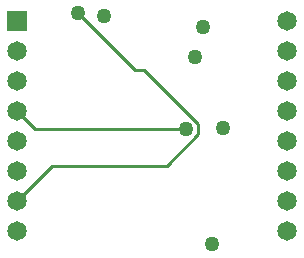
<source format=gbl>
G04*
G04 #@! TF.GenerationSoftware,Altium Limited,Altium Designer,22.3.1 (43)*
G04*
G04 Layer_Physical_Order=4*
G04 Layer_Color=16711680*
%FSLAX25Y25*%
%MOIN*%
G70*
G04*
G04 #@! TF.SameCoordinates,F5CC5926-5A50-4592-9941-E5357907D465*
G04*
G04*
G04 #@! TF.FilePolarity,Positive*
G04*
G01*
G75*
%ADD43C,0.01000*%
%ADD45C,0.06500*%
%ADD46R,0.06500X0.06500*%
%ADD47C,0.05000*%
D43*
X25500Y87500D02*
X44304Y68696D01*
X47461D02*
X65500Y50657D01*
Y47343D02*
Y50657D01*
X44304Y68696D02*
X47461D01*
X54855Y36698D02*
X65500Y47343D01*
X16698Y36698D02*
X54855D01*
X5000Y25000D02*
X16698Y36698D01*
X11000Y49000D02*
X61500D01*
X5000Y55000D02*
X11000Y49000D01*
D45*
X95000Y25000D02*
D03*
Y75000D02*
D03*
Y65000D02*
D03*
Y85000D02*
D03*
Y45000D02*
D03*
Y35000D02*
D03*
Y55000D02*
D03*
Y15000D02*
D03*
X5000Y65000D02*
D03*
Y15000D02*
D03*
Y55000D02*
D03*
Y35000D02*
D03*
Y25000D02*
D03*
Y45000D02*
D03*
Y75000D02*
D03*
D46*
Y85000D02*
D03*
D47*
X64500Y73000D02*
D03*
X67000Y83000D02*
D03*
X73750Y49250D02*
D03*
X61500Y49000D02*
D03*
X70000Y10500D02*
D03*
X34000Y86500D02*
D03*
X25500Y87500D02*
D03*
M02*

</source>
